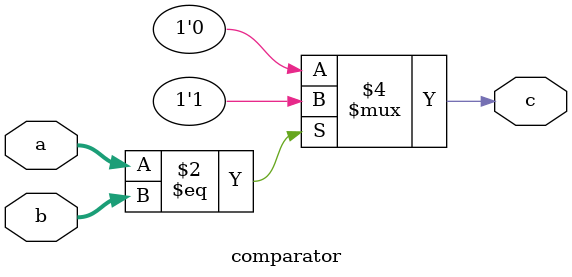
<source format=sv>
module comparator #(parameter width = 9)
(
	input [width-1:0] a, b,
	output logic c
);

always_comb
begin
	if(a == b)
		c = 1;
	else
		c = 0;
end

endmodule : comparator
</source>
